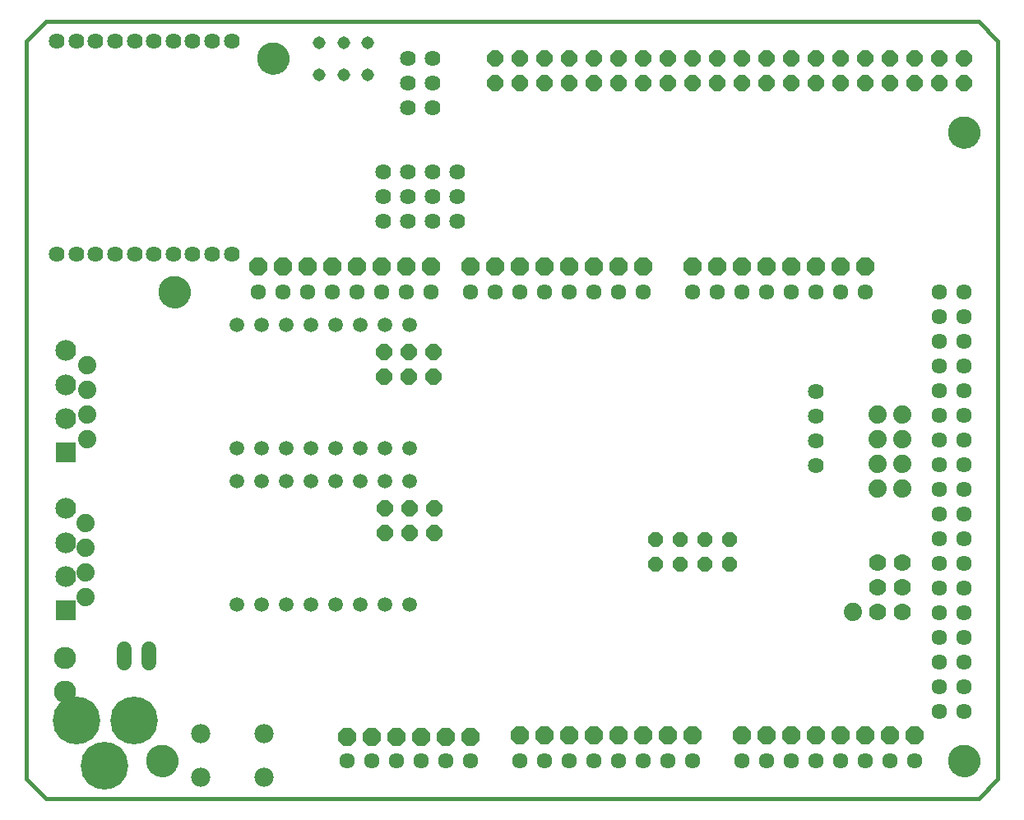
<source format=gbs>
G75*
G70*
%OFA0B0*%
%FSLAX24Y24*%
%IPPOS*%
%LPD*%
%AMOC8*
5,1,8,0,0,1.08239X$1,22.5*
%
%ADD10C,0.0160*%
%ADD11C,0.0000*%
%ADD12C,0.1300*%
%ADD13C,0.0640*%
%ADD14C,0.0634*%
%ADD15OC8,0.0640*%
%ADD16C,0.0740*%
%ADD17OC8,0.0600*%
%ADD18C,0.0594*%
%ADD19C,0.1930*%
%ADD20C,0.0600*%
%ADD21R,0.0840X0.0840*%
%ADD22C,0.0840*%
%ADD23C,0.0900*%
%ADD24C,0.0780*%
%ADD25C,0.0516*%
%ADD26OC8,0.0740*%
%ADD27C,0.0700*%
D10*
X001915Y001160D02*
X002702Y000373D01*
X040498Y000373D01*
X041285Y001160D01*
X041285Y031082D01*
X040498Y031869D01*
X002702Y031869D01*
X001915Y031082D01*
X001915Y001160D01*
D11*
X006785Y001904D02*
X006787Y001954D01*
X006793Y002004D01*
X006803Y002053D01*
X006817Y002101D01*
X006834Y002148D01*
X006855Y002193D01*
X006880Y002237D01*
X006908Y002278D01*
X006940Y002317D01*
X006974Y002354D01*
X007011Y002388D01*
X007051Y002418D01*
X007093Y002445D01*
X007137Y002469D01*
X007183Y002490D01*
X007230Y002506D01*
X007278Y002519D01*
X007328Y002528D01*
X007377Y002533D01*
X007428Y002534D01*
X007478Y002531D01*
X007527Y002524D01*
X007576Y002513D01*
X007624Y002498D01*
X007670Y002480D01*
X007715Y002458D01*
X007758Y002432D01*
X007799Y002403D01*
X007838Y002371D01*
X007874Y002336D01*
X007906Y002298D01*
X007936Y002258D01*
X007963Y002215D01*
X007986Y002171D01*
X008005Y002125D01*
X008021Y002077D01*
X008033Y002028D01*
X008041Y001979D01*
X008045Y001929D01*
X008045Y001879D01*
X008041Y001829D01*
X008033Y001780D01*
X008021Y001731D01*
X008005Y001683D01*
X007986Y001637D01*
X007963Y001593D01*
X007936Y001550D01*
X007906Y001510D01*
X007874Y001472D01*
X007838Y001437D01*
X007799Y001405D01*
X007758Y001376D01*
X007715Y001350D01*
X007670Y001328D01*
X007624Y001310D01*
X007576Y001295D01*
X007527Y001284D01*
X007478Y001277D01*
X007428Y001274D01*
X007377Y001275D01*
X007328Y001280D01*
X007278Y001289D01*
X007230Y001302D01*
X007183Y001318D01*
X007137Y001339D01*
X007093Y001363D01*
X007051Y001390D01*
X007011Y001420D01*
X006974Y001454D01*
X006940Y001491D01*
X006908Y001530D01*
X006880Y001571D01*
X006855Y001615D01*
X006834Y001660D01*
X006817Y001707D01*
X006803Y001755D01*
X006793Y001804D01*
X006787Y001854D01*
X006785Y001904D01*
X007285Y020904D02*
X007287Y020954D01*
X007293Y021004D01*
X007303Y021053D01*
X007317Y021101D01*
X007334Y021148D01*
X007355Y021193D01*
X007380Y021237D01*
X007408Y021278D01*
X007440Y021317D01*
X007474Y021354D01*
X007511Y021388D01*
X007551Y021418D01*
X007593Y021445D01*
X007637Y021469D01*
X007683Y021490D01*
X007730Y021506D01*
X007778Y021519D01*
X007828Y021528D01*
X007877Y021533D01*
X007928Y021534D01*
X007978Y021531D01*
X008027Y021524D01*
X008076Y021513D01*
X008124Y021498D01*
X008170Y021480D01*
X008215Y021458D01*
X008258Y021432D01*
X008299Y021403D01*
X008338Y021371D01*
X008374Y021336D01*
X008406Y021298D01*
X008436Y021258D01*
X008463Y021215D01*
X008486Y021171D01*
X008505Y021125D01*
X008521Y021077D01*
X008533Y021028D01*
X008541Y020979D01*
X008545Y020929D01*
X008545Y020879D01*
X008541Y020829D01*
X008533Y020780D01*
X008521Y020731D01*
X008505Y020683D01*
X008486Y020637D01*
X008463Y020593D01*
X008436Y020550D01*
X008406Y020510D01*
X008374Y020472D01*
X008338Y020437D01*
X008299Y020405D01*
X008258Y020376D01*
X008215Y020350D01*
X008170Y020328D01*
X008124Y020310D01*
X008076Y020295D01*
X008027Y020284D01*
X007978Y020277D01*
X007928Y020274D01*
X007877Y020275D01*
X007828Y020280D01*
X007778Y020289D01*
X007730Y020302D01*
X007683Y020318D01*
X007637Y020339D01*
X007593Y020363D01*
X007551Y020390D01*
X007511Y020420D01*
X007474Y020454D01*
X007440Y020491D01*
X007408Y020530D01*
X007380Y020571D01*
X007355Y020615D01*
X007334Y020660D01*
X007317Y020707D01*
X007303Y020755D01*
X007293Y020804D01*
X007287Y020854D01*
X007285Y020904D01*
X011285Y030373D02*
X011287Y030423D01*
X011293Y030473D01*
X011303Y030522D01*
X011317Y030570D01*
X011334Y030617D01*
X011355Y030662D01*
X011380Y030706D01*
X011408Y030747D01*
X011440Y030786D01*
X011474Y030823D01*
X011511Y030857D01*
X011551Y030887D01*
X011593Y030914D01*
X011637Y030938D01*
X011683Y030959D01*
X011730Y030975D01*
X011778Y030988D01*
X011828Y030997D01*
X011877Y031002D01*
X011928Y031003D01*
X011978Y031000D01*
X012027Y030993D01*
X012076Y030982D01*
X012124Y030967D01*
X012170Y030949D01*
X012215Y030927D01*
X012258Y030901D01*
X012299Y030872D01*
X012338Y030840D01*
X012374Y030805D01*
X012406Y030767D01*
X012436Y030727D01*
X012463Y030684D01*
X012486Y030640D01*
X012505Y030594D01*
X012521Y030546D01*
X012533Y030497D01*
X012541Y030448D01*
X012545Y030398D01*
X012545Y030348D01*
X012541Y030298D01*
X012533Y030249D01*
X012521Y030200D01*
X012505Y030152D01*
X012486Y030106D01*
X012463Y030062D01*
X012436Y030019D01*
X012406Y029979D01*
X012374Y029941D01*
X012338Y029906D01*
X012299Y029874D01*
X012258Y029845D01*
X012215Y029819D01*
X012170Y029797D01*
X012124Y029779D01*
X012076Y029764D01*
X012027Y029753D01*
X011978Y029746D01*
X011928Y029743D01*
X011877Y029744D01*
X011828Y029749D01*
X011778Y029758D01*
X011730Y029771D01*
X011683Y029787D01*
X011637Y029808D01*
X011593Y029832D01*
X011551Y029859D01*
X011511Y029889D01*
X011474Y029923D01*
X011440Y029960D01*
X011408Y029999D01*
X011380Y030040D01*
X011355Y030084D01*
X011334Y030129D01*
X011317Y030176D01*
X011303Y030224D01*
X011293Y030273D01*
X011287Y030323D01*
X011285Y030373D01*
X039285Y027373D02*
X039287Y027423D01*
X039293Y027473D01*
X039303Y027522D01*
X039317Y027570D01*
X039334Y027617D01*
X039355Y027662D01*
X039380Y027706D01*
X039408Y027747D01*
X039440Y027786D01*
X039474Y027823D01*
X039511Y027857D01*
X039551Y027887D01*
X039593Y027914D01*
X039637Y027938D01*
X039683Y027959D01*
X039730Y027975D01*
X039778Y027988D01*
X039828Y027997D01*
X039877Y028002D01*
X039928Y028003D01*
X039978Y028000D01*
X040027Y027993D01*
X040076Y027982D01*
X040124Y027967D01*
X040170Y027949D01*
X040215Y027927D01*
X040258Y027901D01*
X040299Y027872D01*
X040338Y027840D01*
X040374Y027805D01*
X040406Y027767D01*
X040436Y027727D01*
X040463Y027684D01*
X040486Y027640D01*
X040505Y027594D01*
X040521Y027546D01*
X040533Y027497D01*
X040541Y027448D01*
X040545Y027398D01*
X040545Y027348D01*
X040541Y027298D01*
X040533Y027249D01*
X040521Y027200D01*
X040505Y027152D01*
X040486Y027106D01*
X040463Y027062D01*
X040436Y027019D01*
X040406Y026979D01*
X040374Y026941D01*
X040338Y026906D01*
X040299Y026874D01*
X040258Y026845D01*
X040215Y026819D01*
X040170Y026797D01*
X040124Y026779D01*
X040076Y026764D01*
X040027Y026753D01*
X039978Y026746D01*
X039928Y026743D01*
X039877Y026744D01*
X039828Y026749D01*
X039778Y026758D01*
X039730Y026771D01*
X039683Y026787D01*
X039637Y026808D01*
X039593Y026832D01*
X039551Y026859D01*
X039511Y026889D01*
X039474Y026923D01*
X039440Y026960D01*
X039408Y026999D01*
X039380Y027040D01*
X039355Y027084D01*
X039334Y027129D01*
X039317Y027176D01*
X039303Y027224D01*
X039293Y027273D01*
X039287Y027323D01*
X039285Y027373D01*
X039285Y001904D02*
X039287Y001954D01*
X039293Y002004D01*
X039303Y002053D01*
X039317Y002101D01*
X039334Y002148D01*
X039355Y002193D01*
X039380Y002237D01*
X039408Y002278D01*
X039440Y002317D01*
X039474Y002354D01*
X039511Y002388D01*
X039551Y002418D01*
X039593Y002445D01*
X039637Y002469D01*
X039683Y002490D01*
X039730Y002506D01*
X039778Y002519D01*
X039828Y002528D01*
X039877Y002533D01*
X039928Y002534D01*
X039978Y002531D01*
X040027Y002524D01*
X040076Y002513D01*
X040124Y002498D01*
X040170Y002480D01*
X040215Y002458D01*
X040258Y002432D01*
X040299Y002403D01*
X040338Y002371D01*
X040374Y002336D01*
X040406Y002298D01*
X040436Y002258D01*
X040463Y002215D01*
X040486Y002171D01*
X040505Y002125D01*
X040521Y002077D01*
X040533Y002028D01*
X040541Y001979D01*
X040545Y001929D01*
X040545Y001879D01*
X040541Y001829D01*
X040533Y001780D01*
X040521Y001731D01*
X040505Y001683D01*
X040486Y001637D01*
X040463Y001593D01*
X040436Y001550D01*
X040406Y001510D01*
X040374Y001472D01*
X040338Y001437D01*
X040299Y001405D01*
X040258Y001376D01*
X040215Y001350D01*
X040170Y001328D01*
X040124Y001310D01*
X040076Y001295D01*
X040027Y001284D01*
X039978Y001277D01*
X039928Y001274D01*
X039877Y001275D01*
X039828Y001280D01*
X039778Y001289D01*
X039730Y001302D01*
X039683Y001318D01*
X039637Y001339D01*
X039593Y001363D01*
X039551Y001390D01*
X039511Y001420D01*
X039474Y001454D01*
X039440Y001491D01*
X039408Y001530D01*
X039380Y001571D01*
X039355Y001615D01*
X039334Y001660D01*
X039317Y001707D01*
X039303Y001755D01*
X039293Y001804D01*
X039287Y001854D01*
X039285Y001904D01*
D12*
X039915Y001904D03*
X007915Y020904D03*
X011915Y030373D03*
X039915Y027373D03*
X007415Y001904D03*
D13*
X007084Y022420D03*
X006297Y022420D03*
X005509Y022420D03*
X004722Y022420D03*
X003935Y022420D03*
X003147Y022420D03*
X007872Y022420D03*
X008659Y022420D03*
X009446Y022420D03*
X010234Y022420D03*
X016365Y023773D03*
X016365Y024773D03*
X016365Y025773D03*
X017365Y025773D03*
X018365Y025773D03*
X019365Y025773D03*
X019365Y024773D03*
X018365Y024773D03*
X017365Y024773D03*
X017365Y023773D03*
X018365Y023773D03*
X019365Y023773D03*
X018381Y028370D03*
X017381Y028370D03*
X017381Y029370D03*
X018381Y029370D03*
X018381Y030370D03*
X017381Y030370D03*
X010234Y031082D03*
X009446Y031082D03*
X008659Y031082D03*
X007872Y031082D03*
X007084Y031082D03*
X006297Y031082D03*
X005509Y031082D03*
X004722Y031082D03*
X003935Y031082D03*
X003147Y031082D03*
X033915Y016873D03*
X033915Y015873D03*
X033915Y014873D03*
X033915Y013873D03*
D14*
X038915Y013904D03*
X039915Y013904D03*
X039915Y012904D03*
X038915Y012904D03*
X038915Y011904D03*
X039915Y011904D03*
X039915Y010904D03*
X038915Y010904D03*
X038915Y009904D03*
X039915Y009904D03*
X039915Y008904D03*
X038915Y008904D03*
X038915Y007904D03*
X039915Y007904D03*
X039915Y006904D03*
X038915Y006904D03*
X038915Y005904D03*
X039915Y005904D03*
X039915Y004904D03*
X038915Y004904D03*
X038915Y003904D03*
X039915Y003904D03*
X037915Y001904D03*
X036915Y001904D03*
X035915Y001904D03*
X034915Y001904D03*
X033915Y001904D03*
X032915Y001904D03*
X031915Y001904D03*
X030915Y001904D03*
X028915Y001904D03*
X027915Y001904D03*
X026915Y001904D03*
X025915Y001904D03*
X024915Y001904D03*
X023915Y001904D03*
X022915Y001904D03*
X021915Y001904D03*
X019915Y001904D03*
X018915Y001904D03*
X017915Y001904D03*
X016915Y001904D03*
X015915Y001904D03*
X014915Y001904D03*
X038915Y014904D03*
X039915Y014904D03*
X039915Y015904D03*
X038915Y015904D03*
X038915Y016904D03*
X039915Y016904D03*
X039915Y017904D03*
X038915Y017904D03*
X038915Y018904D03*
X039915Y018904D03*
X039915Y019904D03*
X038915Y019904D03*
X038915Y020904D03*
X039915Y020904D03*
X035915Y020904D03*
X034915Y020904D03*
X033915Y020904D03*
X032915Y020904D03*
X031915Y020904D03*
X030915Y020904D03*
X029915Y020904D03*
X028915Y020904D03*
X026915Y020904D03*
X025915Y020904D03*
X024915Y020904D03*
X023915Y020904D03*
X022915Y020904D03*
X021915Y020904D03*
X020915Y020904D03*
X019915Y020904D03*
X018315Y020904D03*
X017315Y020904D03*
X016315Y020904D03*
X015315Y020904D03*
X014315Y020904D03*
X013315Y020904D03*
X012315Y020904D03*
X011315Y020904D03*
D15*
X016411Y018463D03*
X016411Y017463D03*
X017411Y017463D03*
X018411Y017463D03*
X018411Y018463D03*
X017411Y018463D03*
X017431Y012145D03*
X018431Y012145D03*
X018431Y011145D03*
X017431Y011145D03*
X016431Y011145D03*
X016431Y012145D03*
X020915Y029373D03*
X020915Y030373D03*
X021915Y030373D03*
X022915Y030373D03*
X023915Y030373D03*
X024915Y030373D03*
X025915Y030373D03*
X026915Y030373D03*
X027915Y030373D03*
X028915Y030373D03*
X029915Y030373D03*
X030915Y030373D03*
X031915Y030373D03*
X032915Y030373D03*
X033915Y030373D03*
X034915Y030373D03*
X035915Y030373D03*
X036915Y030373D03*
X037915Y030373D03*
X038915Y030373D03*
X039915Y030373D03*
X039915Y029373D03*
X038915Y029373D03*
X037915Y029373D03*
X036915Y029373D03*
X035915Y029373D03*
X034915Y029373D03*
X033915Y029373D03*
X032915Y029373D03*
X031915Y029373D03*
X030915Y029373D03*
X029915Y029373D03*
X028915Y029373D03*
X027915Y029373D03*
X026915Y029373D03*
X025915Y029373D03*
X024915Y029373D03*
X023915Y029373D03*
X022915Y029373D03*
X021915Y029373D03*
D16*
X036415Y015923D03*
X037415Y015923D03*
X037415Y014923D03*
X036415Y014923D03*
X036415Y013923D03*
X037415Y013923D03*
X037415Y012923D03*
X036415Y012923D03*
X035415Y007923D03*
X004315Y008542D03*
X004315Y009542D03*
X004315Y010542D03*
X004315Y011542D03*
X004365Y014939D03*
X004365Y015939D03*
X004365Y016939D03*
X004365Y017939D03*
D17*
X027415Y010873D03*
X028415Y010873D03*
X029415Y010873D03*
X030415Y010873D03*
X030415Y009873D03*
X029415Y009873D03*
X028415Y009873D03*
X027415Y009873D03*
D18*
X017462Y008251D03*
X016462Y008251D03*
X015462Y008251D03*
X014462Y008251D03*
X013462Y008251D03*
X012462Y008251D03*
X011462Y008251D03*
X010462Y008251D03*
X010462Y013251D03*
X011462Y013251D03*
X012462Y013251D03*
X013462Y013251D03*
X014462Y013251D03*
X015462Y013251D03*
X016462Y013251D03*
X017462Y013251D03*
X017443Y014570D03*
X016443Y014570D03*
X015443Y014570D03*
X014443Y014570D03*
X013443Y014570D03*
X012443Y014570D03*
X011443Y014570D03*
X010443Y014570D03*
X010443Y019570D03*
X011443Y019570D03*
X012443Y019570D03*
X013443Y019570D03*
X014443Y019570D03*
X015443Y019570D03*
X016443Y019570D03*
X017443Y019570D03*
D19*
X006269Y003550D03*
X005088Y001700D03*
X003946Y003550D03*
D20*
X005886Y005883D02*
X005886Y006443D01*
X006886Y006443D02*
X006886Y005883D01*
D21*
X003515Y007995D03*
X003515Y014389D03*
D22*
X003515Y015767D03*
X003515Y017145D03*
X003515Y018523D03*
X003515Y012129D03*
X003515Y010751D03*
X003515Y009373D03*
D23*
X003484Y006081D03*
X003484Y004703D03*
D24*
X008985Y003013D03*
X008985Y001233D03*
X011545Y001233D03*
X011545Y003013D03*
D25*
X013781Y029693D03*
X014765Y029693D03*
X015749Y029693D03*
X015749Y030992D03*
X014765Y030992D03*
X013781Y030992D03*
D26*
X013315Y021923D03*
X012315Y021923D03*
X011315Y021923D03*
X014315Y021923D03*
X015315Y021923D03*
X016315Y021923D03*
X017315Y021923D03*
X018315Y021923D03*
X019915Y021923D03*
X020915Y021923D03*
X021915Y021923D03*
X022915Y021923D03*
X023915Y021923D03*
X024915Y021923D03*
X025915Y021923D03*
X026915Y021923D03*
X028915Y021923D03*
X029915Y021923D03*
X030915Y021923D03*
X031915Y021923D03*
X032915Y021923D03*
X033915Y021923D03*
X034915Y021923D03*
X035915Y021923D03*
X035915Y002923D03*
X036915Y002923D03*
X037915Y002923D03*
X034915Y002923D03*
X033915Y002923D03*
X032915Y002923D03*
X031915Y002923D03*
X030915Y002923D03*
X028915Y002923D03*
X027915Y002923D03*
X026915Y002923D03*
X025915Y002923D03*
X024915Y002923D03*
X023915Y002923D03*
X022915Y002923D03*
X021915Y002923D03*
X019915Y002873D03*
X018915Y002873D03*
X017915Y002873D03*
X016915Y002873D03*
X015915Y002873D03*
X014915Y002873D03*
D27*
X036415Y007923D03*
X037415Y007923D03*
X037415Y008923D03*
X036415Y008923D03*
X036415Y009923D03*
X037415Y009923D03*
M02*

</source>
